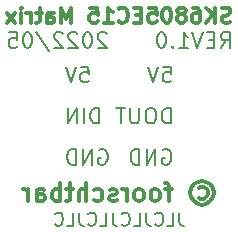
<source format=gbr>
%TF.GenerationSoftware,KiCad,Pcbnew,(6.0.4)*%
%TF.CreationDate,2022-05-26T12:18:36+02:00*%
%TF.ProjectId,SK6805EC15_Matrix,534b3638-3035-4454-9331-355f4d617472,rev?*%
%TF.SameCoordinates,Original*%
%TF.FileFunction,Legend,Bot*%
%TF.FilePolarity,Positive*%
%FSLAX46Y46*%
G04 Gerber Fmt 4.6, Leading zero omitted, Abs format (unit mm)*
G04 Created by KiCad (PCBNEW (6.0.4)) date 2022-05-26 12:18:36*
%MOMM*%
%LPD*%
G01*
G04 APERTURE LIST*
%ADD10C,0.200000*%
%ADD11C,0.300000*%
%ADD12C,0.150000*%
G04 APERTURE END LIST*
D10*
X143735714Y-94788095D02*
X144354761Y-94788095D01*
X144416666Y-95407142D01*
X144354761Y-95345238D01*
X144230952Y-95283333D01*
X143921428Y-95283333D01*
X143797618Y-95345238D01*
X143735714Y-95407142D01*
X143673809Y-95530952D01*
X143673809Y-95840476D01*
X143735714Y-95964285D01*
X143797618Y-96026190D01*
X143921428Y-96088095D01*
X144230952Y-96088095D01*
X144354761Y-96026190D01*
X144416666Y-95964285D01*
X143302380Y-94788095D02*
X142869047Y-96088095D01*
X142435714Y-94788095D01*
X148592619Y-93188095D02*
X149025952Y-92569047D01*
X149335476Y-93188095D02*
X149335476Y-91888095D01*
X148840238Y-91888095D01*
X148716428Y-91950000D01*
X148654523Y-92011904D01*
X148592619Y-92135714D01*
X148592619Y-92321428D01*
X148654523Y-92445238D01*
X148716428Y-92507142D01*
X148840238Y-92569047D01*
X149335476Y-92569047D01*
X148035476Y-92507142D02*
X147602142Y-92507142D01*
X147416428Y-93188095D02*
X148035476Y-93188095D01*
X148035476Y-91888095D01*
X147416428Y-91888095D01*
X147045000Y-91888095D02*
X146611666Y-93188095D01*
X146178333Y-91888095D01*
X145064047Y-93188095D02*
X145806904Y-93188095D01*
X145435476Y-93188095D02*
X145435476Y-91888095D01*
X145559285Y-92073809D01*
X145683095Y-92197619D01*
X145806904Y-92259523D01*
X144506904Y-93064285D02*
X144445000Y-93126190D01*
X144506904Y-93188095D01*
X144568809Y-93126190D01*
X144506904Y-93064285D01*
X144506904Y-93188095D01*
X143640238Y-91888095D02*
X143516428Y-91888095D01*
X143392619Y-91950000D01*
X143330714Y-92011904D01*
X143268809Y-92135714D01*
X143206904Y-92383333D01*
X143206904Y-92692857D01*
X143268809Y-92940476D01*
X143330714Y-93064285D01*
X143392619Y-93126190D01*
X143516428Y-93188095D01*
X143640238Y-93188095D01*
X143764047Y-93126190D01*
X143825952Y-93064285D01*
X143887857Y-92940476D01*
X143949761Y-92692857D01*
X143949761Y-92383333D01*
X143887857Y-92135714D01*
X143825952Y-92011904D01*
X143764047Y-91950000D01*
X143640238Y-91888095D01*
X136747619Y-94788095D02*
X137366666Y-94788095D01*
X137428571Y-95407142D01*
X137366666Y-95345238D01*
X137242857Y-95283333D01*
X136933333Y-95283333D01*
X136809523Y-95345238D01*
X136747619Y-95407142D01*
X136685714Y-95530952D01*
X136685714Y-95840476D01*
X136747619Y-95964285D01*
X136809523Y-96026190D01*
X136933333Y-96088095D01*
X137242857Y-96088095D01*
X137366666Y-96026190D01*
X137428571Y-95964285D01*
X136314285Y-94788095D02*
X135880952Y-96088095D01*
X135447619Y-94788095D01*
D11*
X146714285Y-105035714D02*
X146857142Y-104964285D01*
X147142857Y-104964285D01*
X147285714Y-105035714D01*
X147428571Y-105178571D01*
X147500000Y-105321428D01*
X147500000Y-105607142D01*
X147428571Y-105750000D01*
X147285714Y-105892857D01*
X147142857Y-105964285D01*
X146857142Y-105964285D01*
X146714285Y-105892857D01*
X147000000Y-104464285D02*
X147357142Y-104535714D01*
X147714285Y-104750000D01*
X147928571Y-105107142D01*
X148000000Y-105464285D01*
X147928571Y-105821428D01*
X147714285Y-106178571D01*
X147357142Y-106392857D01*
X147000000Y-106464285D01*
X146642857Y-106392857D01*
X146285714Y-106178571D01*
X146071428Y-105821428D01*
X146000000Y-105464285D01*
X146071428Y-105107142D01*
X146285714Y-104750000D01*
X146642857Y-104535714D01*
X147000000Y-104464285D01*
X144428571Y-105178571D02*
X143857142Y-105178571D01*
X144214285Y-106178571D02*
X144214285Y-104892857D01*
X144142857Y-104750000D01*
X144000000Y-104678571D01*
X143857142Y-104678571D01*
X143142857Y-106178571D02*
X143285714Y-106107142D01*
X143357142Y-106035714D01*
X143428571Y-105892857D01*
X143428571Y-105464285D01*
X143357142Y-105321428D01*
X143285714Y-105250000D01*
X143142857Y-105178571D01*
X142928571Y-105178571D01*
X142785714Y-105250000D01*
X142714285Y-105321428D01*
X142642857Y-105464285D01*
X142642857Y-105892857D01*
X142714285Y-106035714D01*
X142785714Y-106107142D01*
X142928571Y-106178571D01*
X143142857Y-106178571D01*
X141785714Y-106178571D02*
X141928571Y-106107142D01*
X142000000Y-106035714D01*
X142071428Y-105892857D01*
X142071428Y-105464285D01*
X142000000Y-105321428D01*
X141928571Y-105250000D01*
X141785714Y-105178571D01*
X141571428Y-105178571D01*
X141428571Y-105250000D01*
X141357142Y-105321428D01*
X141285714Y-105464285D01*
X141285714Y-105892857D01*
X141357142Y-106035714D01*
X141428571Y-106107142D01*
X141571428Y-106178571D01*
X141785714Y-106178571D01*
X140642857Y-106178571D02*
X140642857Y-105178571D01*
X140642857Y-105464285D02*
X140571428Y-105321428D01*
X140500000Y-105250000D01*
X140357142Y-105178571D01*
X140214285Y-105178571D01*
X139785714Y-106107142D02*
X139642857Y-106178571D01*
X139357142Y-106178571D01*
X139214285Y-106107142D01*
X139142857Y-105964285D01*
X139142857Y-105892857D01*
X139214285Y-105750000D01*
X139357142Y-105678571D01*
X139571428Y-105678571D01*
X139714285Y-105607142D01*
X139785714Y-105464285D01*
X139785714Y-105392857D01*
X139714285Y-105250000D01*
X139571428Y-105178571D01*
X139357142Y-105178571D01*
X139214285Y-105250000D01*
X137857142Y-106107142D02*
X138000000Y-106178571D01*
X138285714Y-106178571D01*
X138428571Y-106107142D01*
X138500000Y-106035714D01*
X138571428Y-105892857D01*
X138571428Y-105464285D01*
X138500000Y-105321428D01*
X138428571Y-105250000D01*
X138285714Y-105178571D01*
X138000000Y-105178571D01*
X137857142Y-105250000D01*
X137214285Y-106178571D02*
X137214285Y-104678571D01*
X136571428Y-106178571D02*
X136571428Y-105392857D01*
X136642857Y-105250000D01*
X136785714Y-105178571D01*
X137000000Y-105178571D01*
X137142857Y-105250000D01*
X137214285Y-105321428D01*
X136071428Y-105178571D02*
X135500000Y-105178571D01*
X135857142Y-104678571D02*
X135857142Y-105964285D01*
X135785714Y-106107142D01*
X135642857Y-106178571D01*
X135500000Y-106178571D01*
X135000000Y-106178571D02*
X135000000Y-104678571D01*
X135000000Y-105250000D02*
X134857142Y-105178571D01*
X134571428Y-105178571D01*
X134428571Y-105250000D01*
X134357142Y-105321428D01*
X134285714Y-105464285D01*
X134285714Y-105892857D01*
X134357142Y-106035714D01*
X134428571Y-106107142D01*
X134571428Y-106178571D01*
X134857142Y-106178571D01*
X135000000Y-106107142D01*
X133000000Y-106178571D02*
X133000000Y-105392857D01*
X133071428Y-105250000D01*
X133214285Y-105178571D01*
X133500000Y-105178571D01*
X133642857Y-105250000D01*
X133000000Y-106107142D02*
X133142857Y-106178571D01*
X133500000Y-106178571D01*
X133642857Y-106107142D01*
X133714285Y-105964285D01*
X133714285Y-105821428D01*
X133642857Y-105678571D01*
X133500000Y-105607142D01*
X133142857Y-105607142D01*
X133000000Y-105535714D01*
X132285714Y-106178571D02*
X132285714Y-105178571D01*
X132285714Y-105464285D02*
X132214285Y-105321428D01*
X132142857Y-105250000D01*
X132000000Y-105178571D01*
X131857142Y-105178571D01*
D12*
X145080952Y-107147619D02*
X145080952Y-107933333D01*
X145133333Y-108090476D01*
X145238095Y-108195238D01*
X145395238Y-108247619D01*
X145500000Y-108247619D01*
X144033333Y-108247619D02*
X144557142Y-108247619D01*
X144557142Y-107147619D01*
X143038095Y-108142857D02*
X143090476Y-108195238D01*
X143247619Y-108247619D01*
X143352380Y-108247619D01*
X143509523Y-108195238D01*
X143614285Y-108090476D01*
X143666666Y-107985714D01*
X143719047Y-107776190D01*
X143719047Y-107619047D01*
X143666666Y-107409523D01*
X143614285Y-107304761D01*
X143509523Y-107200000D01*
X143352380Y-107147619D01*
X143247619Y-107147619D01*
X143090476Y-107200000D01*
X143038095Y-107252380D01*
X142252380Y-107147619D02*
X142252380Y-107933333D01*
X142304761Y-108090476D01*
X142409523Y-108195238D01*
X142566666Y-108247619D01*
X142671428Y-108247619D01*
X141204761Y-108247619D02*
X141728571Y-108247619D01*
X141728571Y-107147619D01*
X140209523Y-108142857D02*
X140261904Y-108195238D01*
X140419047Y-108247619D01*
X140523809Y-108247619D01*
X140680952Y-108195238D01*
X140785714Y-108090476D01*
X140838095Y-107985714D01*
X140890476Y-107776190D01*
X140890476Y-107619047D01*
X140838095Y-107409523D01*
X140785714Y-107304761D01*
X140680952Y-107200000D01*
X140523809Y-107147619D01*
X140419047Y-107147619D01*
X140261904Y-107200000D01*
X140209523Y-107252380D01*
X139423809Y-107147619D02*
X139423809Y-107933333D01*
X139476190Y-108090476D01*
X139580952Y-108195238D01*
X139738095Y-108247619D01*
X139842857Y-108247619D01*
X138376190Y-108247619D02*
X138900000Y-108247619D01*
X138900000Y-107147619D01*
X137380952Y-108142857D02*
X137433333Y-108195238D01*
X137590476Y-108247619D01*
X137695238Y-108247619D01*
X137852380Y-108195238D01*
X137957142Y-108090476D01*
X138009523Y-107985714D01*
X138061904Y-107776190D01*
X138061904Y-107619047D01*
X138009523Y-107409523D01*
X137957142Y-107304761D01*
X137852380Y-107200000D01*
X137695238Y-107147619D01*
X137590476Y-107147619D01*
X137433333Y-107200000D01*
X137380952Y-107252380D01*
X136595238Y-107147619D02*
X136595238Y-107933333D01*
X136647619Y-108090476D01*
X136752380Y-108195238D01*
X136909523Y-108247619D01*
X137014285Y-108247619D01*
X135547619Y-108247619D02*
X136071428Y-108247619D01*
X136071428Y-107147619D01*
X134552380Y-108142857D02*
X134604761Y-108195238D01*
X134761904Y-108247619D01*
X134866666Y-108247619D01*
X135023809Y-108195238D01*
X135128571Y-108090476D01*
X135180952Y-107985714D01*
X135233333Y-107776190D01*
X135233333Y-107619047D01*
X135180952Y-107409523D01*
X135128571Y-107304761D01*
X135023809Y-107200000D01*
X134866666Y-107147619D01*
X134761904Y-107147619D01*
X134604761Y-107200000D01*
X134552380Y-107252380D01*
D10*
X138295238Y-99588095D02*
X138295238Y-98288095D01*
X137985714Y-98288095D01*
X137800000Y-98350000D01*
X137676190Y-98473809D01*
X137614286Y-98597619D01*
X137552381Y-98845238D01*
X137552381Y-99030952D01*
X137614286Y-99278571D01*
X137676190Y-99402380D01*
X137800000Y-99526190D01*
X137985714Y-99588095D01*
X138295238Y-99588095D01*
X136995238Y-99588095D02*
X136995238Y-98288095D01*
X136376190Y-99588095D02*
X136376190Y-98288095D01*
X135633333Y-99588095D01*
X135633333Y-98288095D01*
X144334761Y-99588095D02*
X144334761Y-98288095D01*
X144025238Y-98288095D01*
X143839523Y-98350000D01*
X143715714Y-98473809D01*
X143653809Y-98597619D01*
X143591904Y-98845238D01*
X143591904Y-99030952D01*
X143653809Y-99278571D01*
X143715714Y-99402380D01*
X143839523Y-99526190D01*
X144025238Y-99588095D01*
X144334761Y-99588095D01*
X142787142Y-98288095D02*
X142539523Y-98288095D01*
X142415714Y-98350000D01*
X142291904Y-98473809D01*
X142230000Y-98721428D01*
X142230000Y-99154761D01*
X142291904Y-99402380D01*
X142415714Y-99526190D01*
X142539523Y-99588095D01*
X142787142Y-99588095D01*
X142910952Y-99526190D01*
X143034761Y-99402380D01*
X143096666Y-99154761D01*
X143096666Y-98721428D01*
X143034761Y-98473809D01*
X142910952Y-98350000D01*
X142787142Y-98288095D01*
X141672857Y-98288095D02*
X141672857Y-99340476D01*
X141610952Y-99464285D01*
X141549047Y-99526190D01*
X141425238Y-99588095D01*
X141177619Y-99588095D01*
X141053809Y-99526190D01*
X140991904Y-99464285D01*
X140930000Y-99340476D01*
X140930000Y-98288095D01*
X140496666Y-98288095D02*
X139753809Y-98288095D01*
X140125238Y-99588095D02*
X140125238Y-98288095D01*
X138295238Y-101850000D02*
X138419047Y-101788095D01*
X138604762Y-101788095D01*
X138790476Y-101850000D01*
X138914285Y-101973809D01*
X138976190Y-102097619D01*
X139038095Y-102345238D01*
X139038095Y-102530952D01*
X138976190Y-102778571D01*
X138914285Y-102902380D01*
X138790476Y-103026190D01*
X138604762Y-103088095D01*
X138480952Y-103088095D01*
X138295238Y-103026190D01*
X138233333Y-102964285D01*
X138233333Y-102530952D01*
X138480952Y-102530952D01*
X137676190Y-103088095D02*
X137676190Y-101788095D01*
X136933333Y-103088095D01*
X136933333Y-101788095D01*
X136314285Y-103088095D02*
X136314285Y-101788095D01*
X136004762Y-101788095D01*
X135819047Y-101850000D01*
X135695238Y-101973809D01*
X135633333Y-102097619D01*
X135571428Y-102345238D01*
X135571428Y-102530952D01*
X135633333Y-102778571D01*
X135695238Y-102902380D01*
X135819047Y-103026190D01*
X136004762Y-103088095D01*
X136314285Y-103088095D01*
X143673809Y-101850000D02*
X143797618Y-101788095D01*
X143983333Y-101788095D01*
X144169047Y-101850000D01*
X144292856Y-101973809D01*
X144354761Y-102097619D01*
X144416666Y-102345238D01*
X144416666Y-102530952D01*
X144354761Y-102778571D01*
X144292856Y-102902380D01*
X144169047Y-103026190D01*
X143983333Y-103088095D01*
X143859523Y-103088095D01*
X143673809Y-103026190D01*
X143611904Y-102964285D01*
X143611904Y-102530952D01*
X143859523Y-102530952D01*
X143054761Y-103088095D02*
X143054761Y-101788095D01*
X142311904Y-103088095D01*
X142311904Y-101788095D01*
X141692856Y-103088095D02*
X141692856Y-101788095D01*
X141383333Y-101788095D01*
X141197618Y-101850000D01*
X141073809Y-101973809D01*
X141011904Y-102097619D01*
X140949999Y-102345238D01*
X140949999Y-102530952D01*
X141011904Y-102778571D01*
X141073809Y-102902380D01*
X141197618Y-103026190D01*
X141383333Y-103088095D01*
X141692856Y-103088095D01*
D11*
X149409523Y-91026190D02*
X149223809Y-91088095D01*
X148914285Y-91088095D01*
X148790476Y-91026190D01*
X148728571Y-90964285D01*
X148666666Y-90840476D01*
X148666666Y-90716666D01*
X148728571Y-90592857D01*
X148790476Y-90530952D01*
X148914285Y-90469047D01*
X149161904Y-90407142D01*
X149285714Y-90345238D01*
X149347619Y-90283333D01*
X149409523Y-90159523D01*
X149409523Y-90035714D01*
X149347619Y-89911904D01*
X149285714Y-89850000D01*
X149161904Y-89788095D01*
X148852380Y-89788095D01*
X148666666Y-89850000D01*
X148109523Y-91088095D02*
X148109523Y-89788095D01*
X147366666Y-91088095D02*
X147923809Y-90345238D01*
X147366666Y-89788095D02*
X148109523Y-90530952D01*
X146252380Y-89788095D02*
X146500000Y-89788095D01*
X146623809Y-89850000D01*
X146685714Y-89911904D01*
X146809523Y-90097619D01*
X146871428Y-90345238D01*
X146871428Y-90840476D01*
X146809523Y-90964285D01*
X146747619Y-91026190D01*
X146623809Y-91088095D01*
X146376190Y-91088095D01*
X146252380Y-91026190D01*
X146190476Y-90964285D01*
X146128571Y-90840476D01*
X146128571Y-90530952D01*
X146190476Y-90407142D01*
X146252380Y-90345238D01*
X146376190Y-90283333D01*
X146623809Y-90283333D01*
X146747619Y-90345238D01*
X146809523Y-90407142D01*
X146871428Y-90530952D01*
X145385714Y-90345238D02*
X145509523Y-90283333D01*
X145571428Y-90221428D01*
X145633333Y-90097619D01*
X145633333Y-90035714D01*
X145571428Y-89911904D01*
X145509523Y-89850000D01*
X145385714Y-89788095D01*
X145138095Y-89788095D01*
X145014285Y-89850000D01*
X144952380Y-89911904D01*
X144890476Y-90035714D01*
X144890476Y-90097619D01*
X144952380Y-90221428D01*
X145014285Y-90283333D01*
X145138095Y-90345238D01*
X145385714Y-90345238D01*
X145509523Y-90407142D01*
X145571428Y-90469047D01*
X145633333Y-90592857D01*
X145633333Y-90840476D01*
X145571428Y-90964285D01*
X145509523Y-91026190D01*
X145385714Y-91088095D01*
X145138095Y-91088095D01*
X145014285Y-91026190D01*
X144952380Y-90964285D01*
X144890476Y-90840476D01*
X144890476Y-90592857D01*
X144952380Y-90469047D01*
X145014285Y-90407142D01*
X145138095Y-90345238D01*
X144085714Y-89788095D02*
X143961904Y-89788095D01*
X143838095Y-89850000D01*
X143776190Y-89911904D01*
X143714285Y-90035714D01*
X143652380Y-90283333D01*
X143652380Y-90592857D01*
X143714285Y-90840476D01*
X143776190Y-90964285D01*
X143838095Y-91026190D01*
X143961904Y-91088095D01*
X144085714Y-91088095D01*
X144209523Y-91026190D01*
X144271428Y-90964285D01*
X144333333Y-90840476D01*
X144395238Y-90592857D01*
X144395238Y-90283333D01*
X144333333Y-90035714D01*
X144271428Y-89911904D01*
X144209523Y-89850000D01*
X144085714Y-89788095D01*
X142476190Y-89788095D02*
X143095238Y-89788095D01*
X143157142Y-90407142D01*
X143095238Y-90345238D01*
X142971428Y-90283333D01*
X142661904Y-90283333D01*
X142538095Y-90345238D01*
X142476190Y-90407142D01*
X142414285Y-90530952D01*
X142414285Y-90840476D01*
X142476190Y-90964285D01*
X142538095Y-91026190D01*
X142661904Y-91088095D01*
X142971428Y-91088095D01*
X143095238Y-91026190D01*
X143157142Y-90964285D01*
X141857142Y-90407142D02*
X141423809Y-90407142D01*
X141238095Y-91088095D02*
X141857142Y-91088095D01*
X141857142Y-89788095D01*
X141238095Y-89788095D01*
X139938095Y-90964285D02*
X140000000Y-91026190D01*
X140185714Y-91088095D01*
X140309523Y-91088095D01*
X140495238Y-91026190D01*
X140619047Y-90902380D01*
X140680952Y-90778571D01*
X140742857Y-90530952D01*
X140742857Y-90345238D01*
X140680952Y-90097619D01*
X140619047Y-89973809D01*
X140495238Y-89850000D01*
X140309523Y-89788095D01*
X140185714Y-89788095D01*
X140000000Y-89850000D01*
X139938095Y-89911904D01*
X138700000Y-91088095D02*
X139442857Y-91088095D01*
X139071428Y-91088095D02*
X139071428Y-89788095D01*
X139195238Y-89973809D01*
X139319047Y-90097619D01*
X139442857Y-90159523D01*
X137523809Y-89788095D02*
X138142857Y-89788095D01*
X138204761Y-90407142D01*
X138142857Y-90345238D01*
X138019047Y-90283333D01*
X137709523Y-90283333D01*
X137585714Y-90345238D01*
X137523809Y-90407142D01*
X137461904Y-90530952D01*
X137461904Y-90840476D01*
X137523809Y-90964285D01*
X137585714Y-91026190D01*
X137709523Y-91088095D01*
X138019047Y-91088095D01*
X138142857Y-91026190D01*
X138204761Y-90964285D01*
X135914285Y-91088095D02*
X135914285Y-89788095D01*
X135480952Y-90716666D01*
X135047619Y-89788095D01*
X135047619Y-91088095D01*
X133871428Y-91088095D02*
X133871428Y-90407142D01*
X133933333Y-90283333D01*
X134057142Y-90221428D01*
X134304761Y-90221428D01*
X134428571Y-90283333D01*
X133871428Y-91026190D02*
X133995238Y-91088095D01*
X134304761Y-91088095D01*
X134428571Y-91026190D01*
X134490476Y-90902380D01*
X134490476Y-90778571D01*
X134428571Y-90654761D01*
X134304761Y-90592857D01*
X133995238Y-90592857D01*
X133871428Y-90530952D01*
X133438095Y-90221428D02*
X132942857Y-90221428D01*
X133252380Y-89788095D02*
X133252380Y-90902380D01*
X133190476Y-91026190D01*
X133066666Y-91088095D01*
X132942857Y-91088095D01*
X132509523Y-91088095D02*
X132509523Y-90221428D01*
X132509523Y-90469047D02*
X132447619Y-90345238D01*
X132385714Y-90283333D01*
X132261904Y-90221428D01*
X132138095Y-90221428D01*
X131704761Y-91088095D02*
X131704761Y-90221428D01*
X131704761Y-89788095D02*
X131766666Y-89850000D01*
X131704761Y-89911904D01*
X131642857Y-89850000D01*
X131704761Y-89788095D01*
X131704761Y-89911904D01*
X131209523Y-91088095D02*
X130528571Y-90221428D01*
X131209523Y-90221428D02*
X130528571Y-91088095D01*
D10*
X138915714Y-92011904D02*
X138853809Y-91950000D01*
X138729999Y-91888095D01*
X138420476Y-91888095D01*
X138296666Y-91950000D01*
X138234761Y-92011904D01*
X138172857Y-92135714D01*
X138172857Y-92259523D01*
X138234761Y-92445238D01*
X138977618Y-93188095D01*
X138172857Y-93188095D01*
X137368095Y-91888095D02*
X137244285Y-91888095D01*
X137120476Y-91950000D01*
X137058571Y-92011904D01*
X136996666Y-92135714D01*
X136934761Y-92383333D01*
X136934761Y-92692857D01*
X136996666Y-92940476D01*
X137058571Y-93064285D01*
X137120476Y-93126190D01*
X137244285Y-93188095D01*
X137368095Y-93188095D01*
X137491904Y-93126190D01*
X137553809Y-93064285D01*
X137615714Y-92940476D01*
X137677618Y-92692857D01*
X137677618Y-92383333D01*
X137615714Y-92135714D01*
X137553809Y-92011904D01*
X137491904Y-91950000D01*
X137368095Y-91888095D01*
X136439523Y-92011904D02*
X136377618Y-91950000D01*
X136253809Y-91888095D01*
X135944285Y-91888095D01*
X135820476Y-91950000D01*
X135758571Y-92011904D01*
X135696666Y-92135714D01*
X135696666Y-92259523D01*
X135758571Y-92445238D01*
X136501428Y-93188095D01*
X135696666Y-93188095D01*
X135201428Y-92011904D02*
X135139523Y-91950000D01*
X135015714Y-91888095D01*
X134706190Y-91888095D01*
X134582380Y-91950000D01*
X134520476Y-92011904D01*
X134458571Y-92135714D01*
X134458571Y-92259523D01*
X134520476Y-92445238D01*
X135263333Y-93188095D01*
X134458571Y-93188095D01*
X132972857Y-91826190D02*
X134087142Y-93497619D01*
X132291904Y-91888095D02*
X132168095Y-91888095D01*
X132044285Y-91950000D01*
X131982380Y-92011904D01*
X131920476Y-92135714D01*
X131858571Y-92383333D01*
X131858571Y-92692857D01*
X131920476Y-92940476D01*
X131982380Y-93064285D01*
X132044285Y-93126190D01*
X132168095Y-93188095D01*
X132291904Y-93188095D01*
X132415714Y-93126190D01*
X132477618Y-93064285D01*
X132539523Y-92940476D01*
X132601428Y-92692857D01*
X132601428Y-92383333D01*
X132539523Y-92135714D01*
X132477618Y-92011904D01*
X132415714Y-91950000D01*
X132291904Y-91888095D01*
X130682380Y-91888095D02*
X131301428Y-91888095D01*
X131363333Y-92507142D01*
X131301428Y-92445238D01*
X131177618Y-92383333D01*
X130868095Y-92383333D01*
X130744285Y-92445238D01*
X130682380Y-92507142D01*
X130620476Y-92630952D01*
X130620476Y-92940476D01*
X130682380Y-93064285D01*
X130744285Y-93126190D01*
X130868095Y-93188095D01*
X131177618Y-93188095D01*
X131301428Y-93126190D01*
X131363333Y-93064285D01*
M02*

</source>
